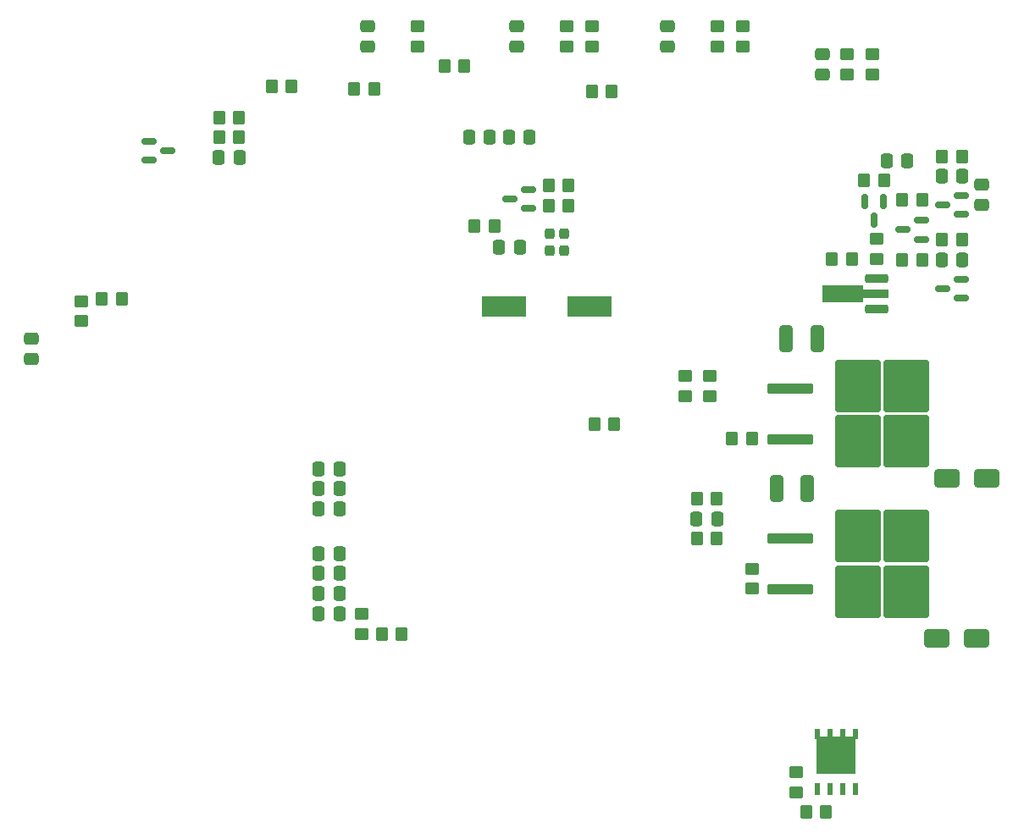
<source format=gbr>
%TF.GenerationSoftware,KiCad,Pcbnew,8.0.8-unknown-202501170223~559b1827ca~ubuntu24.04.1*%
%TF.CreationDate,2025-02-15T19:36:13+01:00*%
%TF.ProjectId,horse_feeder,686f7273-655f-4666-9565-6465722e6b69,rev?*%
%TF.SameCoordinates,Original*%
%TF.FileFunction,Paste,Bot*%
%TF.FilePolarity,Positive*%
%FSLAX46Y46*%
G04 Gerber Fmt 4.6, Leading zero omitted, Abs format (unit mm)*
G04 Created by KiCad (PCBNEW 8.0.8-unknown-202501170223~559b1827ca~ubuntu24.04.1) date 2025-02-15 19:36:13*
%MOMM*%
%LPD*%
G01*
G04 APERTURE LIST*
G04 Aperture macros list*
%AMRoundRect*
0 Rectangle with rounded corners*
0 $1 Rounding radius*
0 $2 $3 $4 $5 $6 $7 $8 $9 X,Y pos of 4 corners*
0 Add a 4 corners polygon primitive as box body*
4,1,4,$2,$3,$4,$5,$6,$7,$8,$9,$2,$3,0*
0 Add four circle primitives for the rounded corners*
1,1,$1+$1,$2,$3*
1,1,$1+$1,$4,$5*
1,1,$1+$1,$6,$7*
1,1,$1+$1,$8,$9*
0 Add four rect primitives between the rounded corners*
20,1,$1+$1,$2,$3,$4,$5,0*
20,1,$1+$1,$4,$5,$6,$7,0*
20,1,$1+$1,$6,$7,$8,$9,0*
20,1,$1+$1,$8,$9,$2,$3,0*%
%AMFreePoly0*
4,1,9,5.362500,-0.866500,1.237500,-0.866500,1.237500,-0.450000,-1.237500,-0.450000,-1.237500,0.450000,1.237500,0.450000,1.237500,0.866500,5.362500,0.866500,5.362500,-0.866500,5.362500,-0.866500,$1*%
G04 Aperture macros list end*
%ADD10RoundRect,0.150000X0.587500X0.150000X-0.587500X0.150000X-0.587500X-0.150000X0.587500X-0.150000X0*%
%ADD11RoundRect,0.250000X0.350000X0.450000X-0.350000X0.450000X-0.350000X-0.450000X0.350000X-0.450000X0*%
%ADD12RoundRect,0.250000X-0.337500X-0.475000X0.337500X-0.475000X0.337500X0.475000X-0.337500X0.475000X0*%
%ADD13RoundRect,0.250000X0.450000X-0.350000X0.450000X0.350000X-0.450000X0.350000X-0.450000X-0.350000X0*%
%ADD14RoundRect,0.250000X-2.050000X-0.300000X2.050000X-0.300000X2.050000X0.300000X-2.050000X0.300000X0*%
%ADD15RoundRect,0.250000X-2.025000X-2.375000X2.025000X-2.375000X2.025000X2.375000X-2.025000X2.375000X0*%
%ADD16RoundRect,0.250000X-0.350000X-0.450000X0.350000X-0.450000X0.350000X0.450000X-0.350000X0.450000X0*%
%ADD17RoundRect,0.150000X-0.150000X0.587500X-0.150000X-0.587500X0.150000X-0.587500X0.150000X0.587500X0*%
%ADD18RoundRect,0.250000X0.475000X-0.337500X0.475000X0.337500X-0.475000X0.337500X-0.475000X-0.337500X0*%
%ADD19RoundRect,0.225000X0.925000X0.225000X-0.925000X0.225000X-0.925000X-0.225000X0.925000X-0.225000X0*%
%ADD20FreePoly0,180.000000*%
%ADD21RoundRect,0.150000X-0.587500X-0.150000X0.587500X-0.150000X0.587500X0.150000X-0.587500X0.150000X0*%
%ADD22RoundRect,0.250000X0.337500X0.475000X-0.337500X0.475000X-0.337500X-0.475000X0.337500X-0.475000X0*%
%ADD23RoundRect,0.250000X-0.450000X0.350000X-0.450000X-0.350000X0.450000X-0.350000X0.450000X0.350000X0*%
%ADD24R,4.500000X2.000000*%
%ADD25RoundRect,0.250000X1.000000X0.650000X-1.000000X0.650000X-1.000000X-0.650000X1.000000X-0.650000X0*%
%ADD26R,0.610000X1.270000*%
%ADD27R,3.910000X3.810000*%
%ADD28R,0.610000X1.020000*%
%ADD29RoundRect,0.237500X0.237500X-0.300000X0.237500X0.300000X-0.237500X0.300000X-0.237500X-0.300000X0*%
%ADD30RoundRect,0.250000X-0.475000X0.337500X-0.475000X-0.337500X0.475000X-0.337500X0.475000X0.337500X0*%
%ADD31RoundRect,0.250000X-0.400000X-1.075000X0.400000X-1.075000X0.400000X1.075000X-0.400000X1.075000X0*%
G04 APERTURE END LIST*
D10*
%TO.C,D4*%
X199437500Y-72050000D03*
X199437500Y-73950000D03*
X197562500Y-73000000D03*
%TD*%
D11*
%TO.C,R23*%
X152750000Y-66750000D03*
X150750000Y-66750000D03*
%TD*%
%TO.C,R37*%
X164750000Y-86500000D03*
X162750000Y-86500000D03*
%TD*%
D12*
%TO.C,C10*%
X153212500Y-68862500D03*
X155287500Y-68862500D03*
%TD*%
D13*
%TO.C,R28*%
X174250000Y-83750000D03*
X174250000Y-81750000D03*
%TD*%
D14*
%TO.C,Q2*%
X182350000Y-103040000D03*
D15*
X189075000Y-97725000D03*
X189075000Y-103275000D03*
X193925000Y-97725000D03*
X193925000Y-103275000D03*
D14*
X182350000Y-97960000D03*
%TD*%
D12*
%TO.C,C18*%
X197462500Y-70100400D03*
X199537500Y-70100400D03*
%TD*%
D16*
%TO.C,R17*%
X193500000Y-64100400D03*
X195500000Y-64100400D03*
%TD*%
D12*
%TO.C,C27*%
X135212500Y-99470000D03*
X137287500Y-99470000D03*
%TD*%
%TO.C,C15*%
X135212500Y-91000000D03*
X137287500Y-91000000D03*
%TD*%
D17*
%TO.C,Q6*%
X189750000Y-64256250D03*
X191650000Y-64256250D03*
X190700000Y-66131250D03*
%TD*%
D16*
%TO.C,R36*%
X158187500Y-64700000D03*
X160187500Y-64700000D03*
%TD*%
%TO.C,R13*%
X193500000Y-70100400D03*
X195500000Y-70100400D03*
%TD*%
D18*
%TO.C,C19*%
X201500000Y-64637900D03*
X201500000Y-62562900D03*
%TD*%
D11*
%TO.C,R24*%
X140750000Y-53000000D03*
X138750000Y-53000000D03*
%TD*%
D19*
%TO.C,Q5*%
X190950000Y-72000000D03*
D20*
X190862500Y-73500000D03*
D19*
X190950000Y-75000000D03*
%TD*%
D21*
%TO.C,D15*%
X118250000Y-60150000D03*
X118250000Y-58250000D03*
X120125000Y-59200000D03*
%TD*%
D22*
%TO.C,C12*%
X156287500Y-57862500D03*
X154212500Y-57862500D03*
%TD*%
D23*
%TO.C,R6*%
X178500000Y-101000000D03*
X178500000Y-103000000D03*
%TD*%
D10*
%TO.C,D5*%
X195437500Y-66150400D03*
X195437500Y-68050400D03*
X193562500Y-67100400D03*
%TD*%
D14*
%TO.C,Q3*%
X182350000Y-88040000D03*
D15*
X189075000Y-82725000D03*
X189075000Y-88275000D03*
X193925000Y-82725000D03*
X193925000Y-88275000D03*
D14*
X182350000Y-82960000D03*
%TD*%
D22*
%TO.C,C13*%
X194037500Y-60250000D03*
X191962500Y-60250000D03*
%TD*%
D13*
%TO.C,R7*%
X111500000Y-76250000D03*
X111500000Y-74250000D03*
%TD*%
D16*
%TO.C,R1*%
X183905000Y-125330000D03*
X185905000Y-125330000D03*
%TD*%
D12*
%TO.C,C20*%
X197462500Y-61750000D03*
X199537500Y-61750000D03*
%TD*%
D23*
%TO.C,R30*%
X162500000Y-46750000D03*
X162500000Y-48750000D03*
%TD*%
D10*
%TO.C,D6*%
X199437500Y-63650400D03*
X199437500Y-65550400D03*
X197562500Y-64600400D03*
%TD*%
D23*
%TO.C,R33*%
X190537500Y-49537500D03*
X190537500Y-51537500D03*
%TD*%
D24*
%TO.C,Y1*%
X162250000Y-74750000D03*
X153750000Y-74750000D03*
%TD*%
D25*
%TO.C,D3*%
X202000000Y-92000000D03*
X198000000Y-92000000D03*
%TD*%
D18*
%TO.C,C23*%
X154980000Y-48787499D03*
X154980000Y-46712499D03*
%TD*%
D22*
%TO.C,C7*%
X175037500Y-96000000D03*
X172962500Y-96000000D03*
%TD*%
D11*
%TO.C,R19*%
X199500000Y-59750000D03*
X197500000Y-59750000D03*
%TD*%
D22*
%TO.C,C6*%
X127287500Y-59862500D03*
X125212500Y-59862500D03*
%TD*%
D25*
%TO.C,D13*%
X201000000Y-108000000D03*
X197000000Y-108000000D03*
%TD*%
D23*
%TO.C,R34*%
X188037500Y-49537500D03*
X188037500Y-51537500D03*
%TD*%
D26*
%TO.C,Q1*%
X188810000Y-123000000D03*
X187540000Y-123000000D03*
X186270000Y-123000000D03*
X185000000Y-123000000D03*
D27*
X186905000Y-119640000D03*
D28*
X185000000Y-117535000D03*
X186270000Y-117535000D03*
X187540000Y-117535000D03*
X188810000Y-117535000D03*
%TD*%
D23*
%TO.C,R18*%
X191000000Y-68000000D03*
X191000000Y-70000000D03*
%TD*%
D29*
%TO.C,C17*%
X158250000Y-69225000D03*
X158250000Y-67500000D03*
%TD*%
D16*
%TO.C,R16*%
X186500000Y-70000000D03*
X188500000Y-70000000D03*
%TD*%
D23*
%TO.C,R4*%
X182905000Y-121330000D03*
X182905000Y-123330000D03*
%TD*%
%TO.C,R39*%
X139500000Y-105500000D03*
X139500000Y-107500000D03*
%TD*%
D16*
%TO.C,R25*%
X162500000Y-53250000D03*
X164500000Y-53250000D03*
%TD*%
%TO.C,R20*%
X189700000Y-62193750D03*
X191700000Y-62193750D03*
%TD*%
D11*
%TO.C,R14*%
X199500000Y-68100400D03*
X197500000Y-68100400D03*
%TD*%
D12*
%TO.C,C5*%
X135212500Y-95000000D03*
X137287500Y-95000000D03*
%TD*%
%TO.C,C14*%
X135212500Y-93010000D03*
X137287500Y-93010000D03*
%TD*%
D18*
%TO.C,C22*%
X140060000Y-48787499D03*
X140060000Y-46712499D03*
%TD*%
D30*
%TO.C,C11*%
X185537500Y-49500000D03*
X185537500Y-51575000D03*
%TD*%
D16*
%TO.C,R10*%
X176500000Y-88000000D03*
X178500000Y-88000000D03*
%TD*%
%TO.C,R5*%
X125250000Y-57862500D03*
X127250000Y-57862500D03*
%TD*%
D31*
%TO.C,R9*%
X180950000Y-93000000D03*
X184050000Y-93000000D03*
%TD*%
D12*
%TO.C,C26*%
X135212500Y-101470000D03*
X137287500Y-101470000D03*
%TD*%
D18*
%TO.C,C8*%
X106500000Y-80037500D03*
X106500000Y-77962500D03*
%TD*%
D23*
%TO.C,R32*%
X159980000Y-46749999D03*
X159980000Y-48749999D03*
%TD*%
D10*
%TO.C,D14*%
X156187500Y-63050000D03*
X156187500Y-64950000D03*
X154312500Y-64000000D03*
%TD*%
D31*
%TO.C,R12*%
X181950000Y-78000000D03*
X185050000Y-78000000D03*
%TD*%
D11*
%TO.C,R38*%
X143500000Y-107500000D03*
X141500000Y-107500000D03*
%TD*%
D12*
%TO.C,C25*%
X135212500Y-103470000D03*
X137287500Y-103470000D03*
%TD*%
D11*
%TO.C,R8*%
X175000000Y-98000000D03*
X173000000Y-98000000D03*
%TD*%
D23*
%TO.C,R21*%
X177560000Y-46749999D03*
X177560000Y-48749999D03*
%TD*%
D12*
%TO.C,C9*%
X150212500Y-57862500D03*
X152287500Y-57862500D03*
%TD*%
D18*
%TO.C,C21*%
X170060000Y-48787499D03*
X170060000Y-46712499D03*
%TD*%
D11*
%TO.C,R11*%
X175000000Y-94000000D03*
X173000000Y-94000000D03*
%TD*%
D16*
%TO.C,R35*%
X158187500Y-62700000D03*
X160187500Y-62700000D03*
%TD*%
D13*
%TO.C,R29*%
X171810000Y-83750000D03*
X171810000Y-81750000D03*
%TD*%
D11*
%TO.C,R27*%
X132500000Y-52750000D03*
X130500000Y-52750000D03*
%TD*%
D16*
%TO.C,R26*%
X147750000Y-50750000D03*
X149750000Y-50750000D03*
%TD*%
%TO.C,R3*%
X113500000Y-74000000D03*
X115500000Y-74000000D03*
%TD*%
D12*
%TO.C,C24*%
X135212500Y-105500000D03*
X137287500Y-105500000D03*
%TD*%
D11*
%TO.C,R2*%
X127250000Y-55862500D03*
X125250000Y-55862500D03*
%TD*%
D23*
%TO.C,R22*%
X175060000Y-46749999D03*
X175060000Y-48749999D03*
%TD*%
%TO.C,R31*%
X145060000Y-46749999D03*
X145060000Y-48749999D03*
%TD*%
D29*
%TO.C,C16*%
X159750000Y-69225000D03*
X159750000Y-67500000D03*
%TD*%
M02*

</source>
